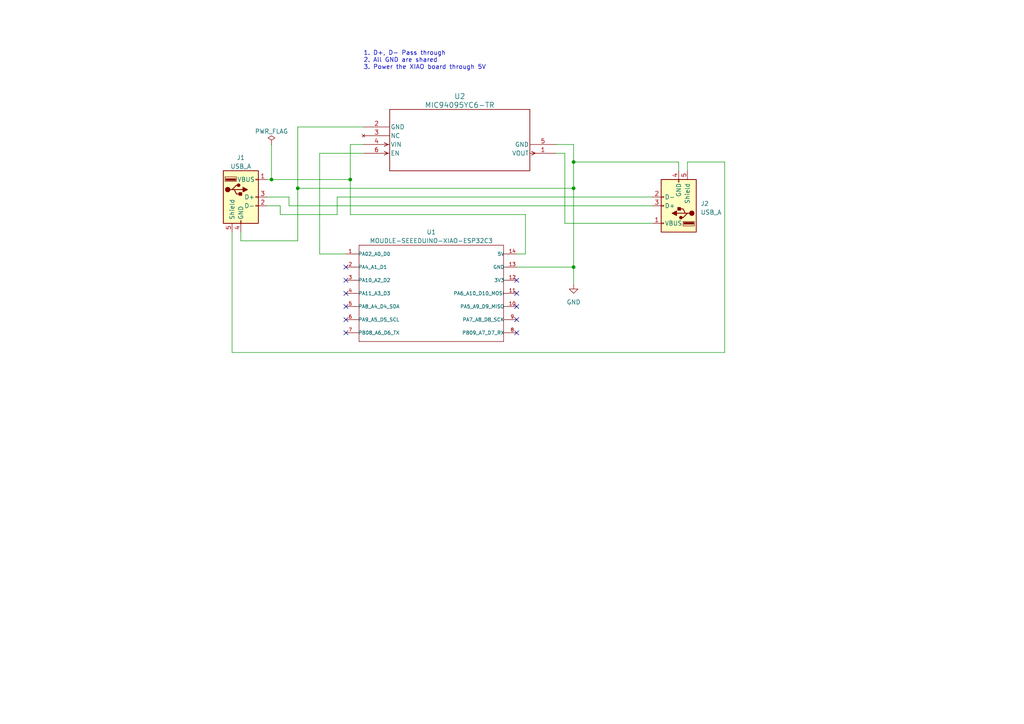
<source format=kicad_sch>
(kicad_sch (version 20230121) (generator eeschema)
  (paper "A4")
  (lib_symbols
    (symbol "2023-04-22_23-46-37:MIC94095YC6-TR" (pin_names (offset 0.254))
      (property "Reference" "U" (at 27.94 10.16 0))
      (property "Value" "MIC94095YC6-TR" (at 27.94 7.62 0))
      (symbol "MIC94095YC6-TR_0_1"
        (polyline (pts (xy 7.0993 -7.62) (xy 6.0579 -8.1407)) (stroke (width 0.2032)))
        (polyline (pts (xy 7.0993 -7.62) (xy 6.0579 -7.0993)) (stroke (width 0.2032)))
        (polyline (pts (xy 7.0993 -5.08) (xy 6.0579 -5.6007)) (stroke (width 0.2032)))
        (polyline (pts (xy 7.0993 -5.08) (xy 6.0579 -4.5593)) (stroke (width 0.2032)))
        (polyline (pts (xy 7.62 -12.7) (xy 48.26 -12.7)) (stroke (width 0.2032)))
        (polyline (pts (xy 7.62 5.08) (xy 7.62 -12.7)) (stroke (width 0.2032)))
        (polyline (pts (xy 48.26 -12.7) (xy 48.26 5.08)) (stroke (width 0.2032)))
        (polyline (pts (xy 48.26 5.08) (xy 7.62 5.08)) (stroke (width 0.2032)))
        (polyline (pts (xy 48.7807 -8.1407) (xy 49.8221 -7.62)) (stroke (width 0.2032)))
        (polyline (pts (xy 48.7807 -7.0993) (xy 49.8221 -7.62)) (stroke (width 0.2032)))
        (pin output line (at 55.88 -7.62 180) (length 7.62) (name "VOUT") (number "1"))
        (pin power_in line (at 0 0 0) (length 7.62) (name "GND") (number "2"))
        (pin no_connect line (at 0 -2.54 0) (length 7.62) (name "NC") (number "3"))
        (pin input line (at 0 -5.08 0) (length 7.62) (name "VIN") (number "4"))
        (pin power_in line (at 55.88 -5.08 180) (length 7.62) (name "GND") (number "5"))
        (pin input line (at 0 -7.62 0) (length 7.62) (name "EN") (number "6"))
      )
    )
    (symbol "Connector:USB_A" (pin_names (offset 1.016))
      (property "Reference" "J" (at -5.08 11.43 0))
      (property "Value" "USB_A" (at -5.08 8.89 0))
      (symbol "USB_A_0_1"
        (rectangle (start -5.08 -7.62) (end 5.08 7.62) (stroke (width 0.254)) (fill (type background)))
        (circle (center -3.81 2.159) (radius 0.635) (stroke (width 0.254)) (fill (type outline)))
        (rectangle (start -1.524 4.826) (end -4.318 5.334) (fill (type outline)))
        (rectangle (start -1.27 4.572) (end -4.572 5.842))
        (circle (center -0.635 3.429) (radius 0.381) (stroke (width 0.254)) (fill (type outline)))
        (rectangle (start -0.127 -7.62) (end 0.127 -6.858))
        (polyline (pts (xy -3.175 2.159) (xy -2.54 2.159) (xy -1.27 3.429) (xy -0.635 3.429)) (stroke (width 0.254)))
        (polyline (pts (xy -2.54 2.159) (xy -1.905 2.159) (xy -1.27 0.889) (xy 0 0.889)) (stroke (width 0.254)))
        (polyline (pts (xy 0.635 2.794) (xy 0.635 1.524) (xy 1.905 2.159) (xy 0.635 2.794)) (stroke (width 0.254)) (fill (type outline)))
        (rectangle (start 0.254 1.27) (end -0.508 0.508) (stroke (width 0.254)) (fill (type outline)))
        (rectangle (start 5.08 -2.667) (end 4.318 -2.413))
        (rectangle (start 5.08 -0.127) (end 4.318 0.127))
        (rectangle (start 5.08 4.953) (end 4.318 5.207))
      )
      (symbol "USB_A_1_1"
        (polyline (pts (xy -1.905 2.159) (xy 0.635 2.159)) (stroke (width 0.254)))
        (pin power_in line (at 7.62 5.08 180) (length 2.54) (name "VBUS") (number "1"))
        (pin bidirectional line (at 7.62 -2.54 180) (length 2.54) (name "D-") (number "2"))
        (pin bidirectional line (at 7.62 0 180) (length 2.54) (name "D+") (number "3"))
        (pin power_in line (at 0 -10.16 90) (length 2.54) (name "GND") (number "4"))
        (pin passive line (at -2.54 -10.16 90) (length 2.54) (name "Shield") (number "5"))
      )
    )
    (symbol "Seeed ESP32C3:MOUDLE-SEEEDUINO-XIAO-ESP32C3" (pin_names (offset 1.016))
      (property "Reference" "U" (at -21.59 15.24 0))
      (property "Value" "MOUDLE-SEEEDUINO-XIAO-ESP32C3" (at -21.59 13.97 0))
      (symbol "MOUDLE-SEEEDUINO-XIAO-ESP32C3_0_0"
        (polyline (pts (xy -21.59 -13.97) (xy -21.59 0)) (stroke (width 0.1524)))
        (polyline (pts (xy -21.59 -11.43) (xy -22.86 -11.43)) (stroke (width 0.1524)))
        (polyline (pts (xy -21.59 -7.62) (xy -22.86 -7.62)) (stroke (width 0.1524)))
        (polyline (pts (xy -21.59 -3.81) (xy -22.86 -3.81)) (stroke (width 0.1524)))
        (polyline (pts (xy -21.59 0) (xy -22.86 0)) (stroke (width 0.1524)))
        (polyline (pts (xy -21.59 0) (xy -21.59 3.81)) (stroke (width 0.1524)))
        (polyline (pts (xy -21.59 3.81) (xy -22.86 3.81)) (stroke (width 0.1524)))
        (polyline (pts (xy -21.59 3.81) (xy -21.59 7.62)) (stroke (width 0.1524)))
        (polyline (pts (xy -21.59 7.62) (xy -22.86 7.62)) (stroke (width 0.1524)))
        (polyline (pts (xy -21.59 7.62) (xy -21.59 11.43)) (stroke (width 0.1524)))
        (polyline (pts (xy -21.59 11.43) (xy -22.86 11.43)) (stroke (width 0.1524)))
        (polyline (pts (xy -21.59 11.43) (xy -21.59 13.97)) (stroke (width 0.1524)))
        (polyline (pts (xy -21.59 13.97) (xy 20.32 13.97)) (stroke (width 0.1524)))
        (polyline (pts (xy 20.32 -13.97) (xy -21.59 -13.97)) (stroke (width 0.1524)))
        (polyline (pts (xy 20.32 3.81) (xy 20.32 -13.97)) (stroke (width 0.1524)))
        (polyline (pts (xy 20.32 7.62) (xy 20.32 3.81)) (stroke (width 0.1524)))
        (polyline (pts (xy 20.32 11.43) (xy 20.32 7.62)) (stroke (width 0.1524)))
        (polyline (pts (xy 20.32 13.97) (xy 20.32 11.43)) (stroke (width 0.1524)))
        (polyline (pts (xy 21.59 -11.43) (xy 20.32 -11.43)) (stroke (width 0.1524)))
        (polyline (pts (xy 21.59 -7.62) (xy 20.32 -7.62)) (stroke (width 0.1524)))
        (polyline (pts (xy 21.59 -3.81) (xy 20.32 -3.81)) (stroke (width 0.1524)))
        (polyline (pts (xy 21.59 0) (xy 20.32 0)) (stroke (width 0.1524)))
        (polyline (pts (xy 21.59 3.81) (xy 20.32 3.81)) (stroke (width 0.1524)))
        (polyline (pts (xy 21.59 7.62) (xy 20.32 7.62)) (stroke (width 0.1524)))
        (polyline (pts (xy 21.59 11.43) (xy 20.32 11.43)) (stroke (width 0.1524)))
        (pin bidirectional line (at -25.4 11.43 0) (length 2.54) (name "PA02_A0_D0") (number "1"))
        (pin bidirectional line (at 24.13 -3.81 180) (length 2.54) (name "PA5_A9_D9_MISO") (number "10"))
        (pin bidirectional line (at 24.13 0 180) (length 2.54) (name "PA6_A10_D10_MOSI") (number "11"))
        (pin bidirectional line (at 24.13 3.81 180) (length 2.54) (name "3V3") (number "12"))
        (pin bidirectional line (at 24.13 7.62 180) (length 2.54) (name "GND") (number "13"))
        (pin bidirectional line (at 24.13 11.43 180) (length 2.54) (name "5V") (number "14"))
        (pin bidirectional line (at -25.4 7.62 0) (length 2.54) (name "PA4_A1_D1") (number "2"))
        (pin bidirectional line (at -25.4 3.81 0) (length 2.54) (name "PA10_A2_D2") (number "3"))
        (pin bidirectional line (at -25.4 0 0) (length 2.54) (name "PA11_A3_D3") (number "4"))
        (pin bidirectional line (at -25.4 -3.81 0) (length 2.54) (name "PA8_A4_D4_SDA") (number "5"))
        (pin bidirectional line (at -25.4 -7.62 0) (length 2.54) (name "PA9_A5_D5_SCL") (number "6"))
        (pin bidirectional line (at -25.4 -11.43 0) (length 2.54) (name "PB08_A6_D6_TX") (number "7"))
        (pin bidirectional line (at 24.13 -11.43 180) (length 2.54) (name "PB09_A7_D7_RX") (number "8"))
        (pin bidirectional line (at 24.13 -7.62 180) (length 2.54) (name "PA7_A8_D8_SCK") (number "9"))
      )
    )
    (symbol "power:GND" (power) (pin_names (offset 0))
      (property "Value" "GND" (at 0 -3.81 0))
      (symbol "GND_0_1"
        (polyline (pts (xy 0 0) (xy 0 -1.27) (xy 1.27 -1.27) (xy 0 -2.54) (xy -1.27 -1.27) (xy 0 -1.27)))
      )
      (symbol "GND_1_1"
        (pin power_in line (at 0 0 270) (length 0) hide (name "GND") (number "1"))
      )
    )
    (symbol "power:PWR_FLAG" (power) (pin_numbers hide) (pin_names (offset 0) hide)
      (property "Value" "PWR_FLAG" (at 0 3.81 0))
      (symbol "PWR_FLAG_0_0"
        (pin power_out line (at 0 0 90) (length 0) (name "pwr") (number "1"))
      )
      (symbol "PWR_FLAG_0_1"
        (polyline (pts (xy 0 0) (xy 0 1.27) (xy -1.016 1.905) (xy 0 2.54) (xy 1.016 1.905) (xy 0 1.27)))
      )
    )
  )
  (junction (at 101.6 52.07))
  (junction (at 166.37 77.47))
  (junction (at 78.74 52.07))
  (junction (at 166.37 46.99))
  (junction (at 166.37 54.61))
  (junction (at 86.36 54.61))
  (no_connect (at 149.86 85.09))
  (no_connect (at 100.33 81.28))
  (no_connect (at 149.86 96.52))
  (no_connect (at 149.86 92.71))
  (no_connect (at 100.33 92.71))
  (no_connect (at 100.33 85.09))
  (no_connect (at 100.33 77.47))
  (no_connect (at 100.33 88.9))
  (no_connect (at 149.86 88.9))
  (no_connect (at 149.86 81.28))
  (no_connect (at 100.33 96.52))
  (wire (pts (xy 196.85 49.53) (xy 196.85 46.99)))
  (wire (pts (xy 77.47 52.07) (xy 78.74 52.07)))
  (wire (pts (xy 163.83 64.77) (xy 163.83 44.45)))
  (wire (pts (xy 83.82 59.69) (xy 189.23 59.69)))
  (wire (pts (xy 163.83 64.77) (xy 189.23 64.77)))
  (wire (pts (xy 69.85 67.31) (xy 69.85 69.85)))
  (wire (pts (xy 83.82 59.69) (xy 83.82 57.15)))
  (wire (pts (xy 152.4 62.23) (xy 152.4 73.66)))
  (wire (pts (xy 86.36 54.61) (xy 166.37 54.61)))
  (wire (pts (xy 149.86 77.47) (xy 166.37 77.47)))
  (wire (pts (xy 101.6 41.91) (xy 101.6 52.07)))
  (wire (pts (xy 86.36 36.83) (xy 86.36 54.61)))
  (wire (pts (xy 161.29 41.91) (xy 166.37 41.91)))
  (wire (pts (xy 196.85 46.99) (xy 166.37 46.99)))
  (wire (pts (xy 69.85 69.85) (xy 86.36 69.85)))
  (wire (pts (xy 105.41 36.83) (xy 86.36 36.83)))
  (wire (pts (xy 101.6 62.23) (xy 152.4 62.23)))
  (wire (pts (xy 163.83 44.45) (xy 161.29 44.45)))
  (wire (pts (xy 101.6 52.07) (xy 101.6 62.23)))
  (wire (pts (xy 67.31 67.31) (xy 67.31 102.235)))
  (wire (pts (xy 166.37 54.61) (xy 166.37 77.47)))
  (wire (pts (xy 67.31 102.235) (xy 210.185 102.235)))
  (wire (pts (xy 97.79 57.15) (xy 189.23 57.15)))
  (wire (pts (xy 92.71 44.45) (xy 92.71 73.66)))
  (wire (pts (xy 210.185 46.99) (xy 199.39 46.99)))
  (wire (pts (xy 77.47 57.15) (xy 83.82 57.15)))
  (wire (pts (xy 77.47 59.69) (xy 81.28 59.69)))
  (wire (pts (xy 166.37 41.91) (xy 166.37 46.99)))
  (wire (pts (xy 166.37 46.99) (xy 166.37 54.61)))
  (wire (pts (xy 92.71 73.66) (xy 100.33 73.66)))
  (wire (pts (xy 166.37 77.47) (xy 166.37 82.55)))
  (wire (pts (xy 97.79 57.15) (xy 97.79 62.23)))
  (wire (pts (xy 210.185 102.235) (xy 210.185 46.99)))
  (wire (pts (xy 86.36 69.85) (xy 86.36 54.61)))
  (wire (pts (xy 152.4 73.66) (xy 149.86 73.66)))
  (wire (pts (xy 101.6 41.91) (xy 105.41 41.91)))
  (wire (pts (xy 78.74 52.07) (xy 101.6 52.07)))
  (wire (pts (xy 78.74 41.91) (xy 78.74 52.07)))
  (wire (pts (xy 81.28 59.69) (xy 81.28 62.23)))
  (wire (pts (xy 97.79 62.23) (xy 81.28 62.23)))
  (wire (pts (xy 105.41 44.45) (xy 92.71 44.45)))
  (wire (pts (xy 199.39 46.99) (xy 199.39 49.53)))
  (text "1. D+, D- Pass through \n2. All GND are shared\n3. Power the XIAO board through 5V\n" (at 105.41 20.32 0) (effects (font (size 1.27 1.27)) (justify left bottom)))
  (symbol (lib_id "2023-04-22_23-46-37:MIC94095YC6-TR") (at 105.41 36.83 0) (unit 1)
    (property "Reference" "U2" (at 133.35 27.94 0) (effects (font (size 1.524 1.524))))
    (property "Value" "MIC94095YC6-TR" (at 133.35 30.48 0) (effects (font (size 1.524 1.524))))
    (property "Footprint" "Package_TO_SOT_SMD:SOT-363_SC-70-6_Handsoldering" (effects hide))
    (property "Datasheet" "MIC94095YC6-TR" (effects hide))
  )
  (symbol (lib_id "power:GND") (at 166.37 82.55 0) (unit 1)
    (property "Reference" "#PWR01" (effects hide))
    (property "Value" "GND" (at 166.37 87.63 0))
  )
  (symbol (lib_id "power:PWR_FLAG") (at 78.74 41.91 0) (unit 1)
    (property "Reference" "#FLG01" (effects hide))
    (property "Value" "PWR_FLAG" (at 78.74 38.1 0))
  )
  (symbol (lib_id "Connector:USB_A") (at 69.85 57.15 0) (unit 1)
    (property "Reference" "J1" (at 69.85 45.72 0))
    (property "Value" "USB_A" (at 69.85 48.26 0))
    (property "Footprint" "smart-usb-custom-parts:USB_AP_S_RA_Adam-Tech" (effects hide))
    (property "Datasheet" " ~" (effects hide))
  )
  (symbol (lib_id "Connector:USB_A") (at 196.85 59.69 180) (unit 1)
    (property "Reference" "J2" (at 203.2 59.055 0) (effects (justify right)))
    (property "Value" "USB_A" (at 203.2 61.595 0) (effects (justify right)))
    (property "Footprint" "Connector_USB:USB_A_Molex_67643_Horizontal" (effects hide))
    (property "Datasheet" " ~" (effects hide))
  )
  (symbol (lib_id "Seeed ESP32C3:MOUDLE-SEEEDUINO-XIAO-ESP32C3") (at 125.73 85.09 0) (unit 1)
    (property "Reference" "U1" (at 125.095 67.31 0))
    (property "Value" "MOUDLE-SEEEDUINO-XIAO-ESP32C3" (at 125.095 69.85 0))
    (property "Footprint" "smart-usb-custom-parts:Seeeduino XIAO-MOUDLE14P-2.54-21X17.8MM" (effects hide))
  )
)
</source>
